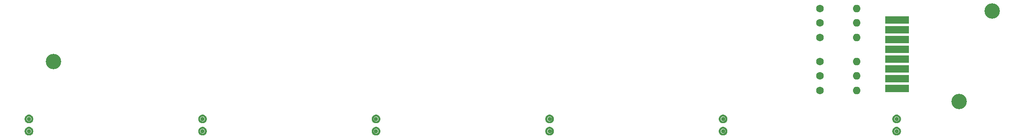
<source format=gbr>
%TF.GenerationSoftware,KiCad,Pcbnew,(5.1.10)-1*%
%TF.CreationDate,2022-02-25T11:13:06-05:00*%
%TF.ProjectId,chunair,6368756e-6169-4722-9e6b-696361645f70,rev?*%
%TF.SameCoordinates,Original*%
%TF.FileFunction,Soldermask,Bot*%
%TF.FilePolarity,Negative*%
%FSLAX46Y46*%
G04 Gerber Fmt 4.6, Leading zero omitted, Abs format (unit mm)*
G04 Created by KiCad (PCBNEW (5.1.10)-1) date 2022-02-25 11:13:06*
%MOMM*%
%LPD*%
G01*
G04 APERTURE LIST*
%ADD10O,1.600000X1.600000*%
%ADD11C,1.600000*%
%ADD12R,5.000000X1.500000*%
%ADD13C,0.100000*%
%ADD14C,0.900000*%
%ADD15C,3.200000*%
G04 APERTURE END LIST*
D10*
%TO.C,R6*%
X216620000Y-100000000D03*
D11*
X209000000Y-100000000D03*
%TD*%
D10*
%TO.C,R5*%
X216620000Y-89000000D03*
D11*
X209000000Y-89000000D03*
%TD*%
D10*
%TO.C,R4*%
X216620000Y-103000000D03*
D11*
X209000000Y-103000000D03*
%TD*%
D10*
%TO.C,R3*%
X216620000Y-92000000D03*
D11*
X209000000Y-92000000D03*
%TD*%
D10*
%TO.C,R2*%
X216620000Y-106000000D03*
D11*
X209000000Y-106000000D03*
%TD*%
D10*
%TO.C,R1*%
X216620000Y-95000000D03*
D11*
X209000000Y-95000000D03*
%TD*%
D12*
%TO.C,J2*%
X225000000Y-105628000D03*
X225000000Y-103596000D03*
X225000000Y-97500000D03*
X225000000Y-99532000D03*
X225000000Y-101564000D03*
X225000000Y-93436000D03*
X225000000Y-95468000D03*
X225000000Y-91404000D03*
%TD*%
D13*
%TO.C,D6*%
G36*
X224057324Y-114337627D02*
G01*
X224074555Y-114251002D01*
X224100193Y-114166483D01*
X224133993Y-114084884D01*
X224175627Y-114006992D01*
X224224696Y-113933555D01*
X224280727Y-113865281D01*
X224343180Y-113802828D01*
X224411454Y-113746797D01*
X224484891Y-113697728D01*
X224562783Y-113656094D01*
X224644382Y-113622294D01*
X224728901Y-113596656D01*
X224815526Y-113579425D01*
X224903422Y-113570768D01*
X224929211Y-113570768D01*
X224937769Y-113569925D01*
X224957397Y-113569925D01*
X224965955Y-113570768D01*
X224991744Y-113570768D01*
X225079640Y-113579425D01*
X225166265Y-113596656D01*
X225250784Y-113622294D01*
X225332383Y-113656094D01*
X225410275Y-113697728D01*
X225483712Y-113746797D01*
X225551986Y-113802828D01*
X225614439Y-113865281D01*
X225670470Y-113933555D01*
X225719539Y-114006992D01*
X225761173Y-114084884D01*
X225794973Y-114166483D01*
X225820611Y-114251002D01*
X225837842Y-114337627D01*
X225846499Y-114425523D01*
X225846499Y-114513845D01*
X225837842Y-114601741D01*
X225820611Y-114688366D01*
X225794973Y-114772885D01*
X225761173Y-114854484D01*
X225719539Y-114932376D01*
X225670470Y-115005813D01*
X225614439Y-115074087D01*
X225551986Y-115136540D01*
X225483712Y-115192571D01*
X225410275Y-115241640D01*
X225332383Y-115283274D01*
X225250784Y-115317074D01*
X225166265Y-115342712D01*
X225079640Y-115359943D01*
X224991744Y-115368600D01*
X224923049Y-115368600D01*
X224923049Y-114969082D01*
X224972117Y-114969082D01*
X225020948Y-114964272D01*
X225069073Y-114954700D01*
X225116028Y-114940456D01*
X225161361Y-114921679D01*
X225204634Y-114898548D01*
X225245433Y-114871288D01*
X225283362Y-114840160D01*
X225318059Y-114805463D01*
X225349187Y-114767534D01*
X225376447Y-114726735D01*
X225399578Y-114683462D01*
X225418355Y-114638129D01*
X225432599Y-114591174D01*
X225442171Y-114543049D01*
X225446981Y-114494218D01*
X225446981Y-114445150D01*
X225442171Y-114396319D01*
X225432599Y-114348194D01*
X225418355Y-114301239D01*
X225399578Y-114255906D01*
X225376447Y-114212633D01*
X225349187Y-114171834D01*
X225318059Y-114133905D01*
X225283362Y-114099208D01*
X225245433Y-114068080D01*
X225204634Y-114040820D01*
X225161361Y-114017689D01*
X225116028Y-113998912D01*
X225069073Y-113984668D01*
X225020948Y-113975096D01*
X224972117Y-113970286D01*
X224923049Y-113970286D01*
X224874218Y-113975096D01*
X224826093Y-113984668D01*
X224779138Y-113998912D01*
X224733805Y-114017689D01*
X224690532Y-114040820D01*
X224649733Y-114068080D01*
X224611804Y-114099208D01*
X224577107Y-114133905D01*
X224545979Y-114171834D01*
X224518719Y-114212633D01*
X224495588Y-114255906D01*
X224476811Y-114301239D01*
X224462567Y-114348194D01*
X224452995Y-114396319D01*
X224448185Y-114445150D01*
X224448185Y-114494218D01*
X224452995Y-114543049D01*
X224462567Y-114591174D01*
X224476811Y-114638129D01*
X224495588Y-114683462D01*
X224518719Y-114726735D01*
X224545979Y-114767534D01*
X224577107Y-114805463D01*
X224611804Y-114840160D01*
X224649733Y-114871288D01*
X224690532Y-114898548D01*
X224733805Y-114921679D01*
X224779138Y-114940456D01*
X224826093Y-114954700D01*
X224874218Y-114964272D01*
X224923049Y-114969082D01*
X224923049Y-115368600D01*
X224903422Y-115368600D01*
X224815526Y-115359943D01*
X224728901Y-115342712D01*
X224644382Y-115317074D01*
X224562783Y-115283274D01*
X224484891Y-115241640D01*
X224411454Y-115192571D01*
X224343180Y-115136540D01*
X224280727Y-115074087D01*
X224224696Y-115005813D01*
X224175627Y-114932376D01*
X224133993Y-114854484D01*
X224100193Y-114772885D01*
X224074555Y-114688366D01*
X224057324Y-114601741D01*
X224048667Y-114513845D01*
X224048667Y-114425523D01*
X224057324Y-114337627D01*
G37*
G36*
X224057324Y-111797627D02*
G01*
X224074555Y-111711002D01*
X224100193Y-111626483D01*
X224133993Y-111544884D01*
X224175627Y-111466992D01*
X224224696Y-111393555D01*
X224280727Y-111325281D01*
X224343180Y-111262828D01*
X224411454Y-111206797D01*
X224484891Y-111157728D01*
X224562783Y-111116094D01*
X224644382Y-111082294D01*
X224728901Y-111056656D01*
X224815526Y-111039425D01*
X224903422Y-111030768D01*
X224929211Y-111030768D01*
X224937769Y-111029925D01*
X224957397Y-111029925D01*
X224965955Y-111030768D01*
X224991744Y-111030768D01*
X225079640Y-111039425D01*
X225166265Y-111056656D01*
X225250784Y-111082294D01*
X225332383Y-111116094D01*
X225410275Y-111157728D01*
X225483712Y-111206797D01*
X225551986Y-111262828D01*
X225614439Y-111325281D01*
X225670470Y-111393555D01*
X225719539Y-111466992D01*
X225761173Y-111544884D01*
X225794973Y-111626483D01*
X225820611Y-111711002D01*
X225837842Y-111797627D01*
X225846499Y-111885523D01*
X225846499Y-111973845D01*
X225837842Y-112061741D01*
X225820611Y-112148366D01*
X225794973Y-112232885D01*
X225761173Y-112314484D01*
X225719539Y-112392376D01*
X225670470Y-112465813D01*
X225614439Y-112534087D01*
X225551986Y-112596540D01*
X225483712Y-112652571D01*
X225410275Y-112701640D01*
X225332383Y-112743274D01*
X225250784Y-112777074D01*
X225166265Y-112802712D01*
X225079640Y-112819943D01*
X224991744Y-112828600D01*
X224923049Y-112828600D01*
X224923049Y-112429082D01*
X224972117Y-112429082D01*
X225020948Y-112424272D01*
X225069073Y-112414700D01*
X225116028Y-112400456D01*
X225161361Y-112381679D01*
X225204634Y-112358548D01*
X225245433Y-112331288D01*
X225283362Y-112300160D01*
X225318059Y-112265463D01*
X225349187Y-112227534D01*
X225376447Y-112186735D01*
X225399578Y-112143462D01*
X225418355Y-112098129D01*
X225432599Y-112051174D01*
X225442171Y-112003049D01*
X225446981Y-111954218D01*
X225446981Y-111905150D01*
X225442171Y-111856319D01*
X225432599Y-111808194D01*
X225418355Y-111761239D01*
X225399578Y-111715906D01*
X225376447Y-111672633D01*
X225349187Y-111631834D01*
X225318059Y-111593905D01*
X225283362Y-111559208D01*
X225245433Y-111528080D01*
X225204634Y-111500820D01*
X225161361Y-111477689D01*
X225116028Y-111458912D01*
X225069073Y-111444668D01*
X225020948Y-111435096D01*
X224972117Y-111430286D01*
X224923049Y-111430286D01*
X224874218Y-111435096D01*
X224826093Y-111444668D01*
X224779138Y-111458912D01*
X224733805Y-111477689D01*
X224690532Y-111500820D01*
X224649733Y-111528080D01*
X224611804Y-111559208D01*
X224577107Y-111593905D01*
X224545979Y-111631834D01*
X224518719Y-111672633D01*
X224495588Y-111715906D01*
X224476811Y-111761239D01*
X224462567Y-111808194D01*
X224452995Y-111856319D01*
X224448185Y-111905150D01*
X224448185Y-111954218D01*
X224452995Y-112003049D01*
X224462567Y-112051174D01*
X224476811Y-112098129D01*
X224495588Y-112143462D01*
X224518719Y-112186735D01*
X224545979Y-112227534D01*
X224577107Y-112265463D01*
X224611804Y-112300160D01*
X224649733Y-112331288D01*
X224690532Y-112358548D01*
X224733805Y-112381679D01*
X224779138Y-112400456D01*
X224826093Y-112414700D01*
X224874218Y-112424272D01*
X224923049Y-112429082D01*
X224923049Y-112828600D01*
X224903422Y-112828600D01*
X224815526Y-112819943D01*
X224728901Y-112802712D01*
X224644382Y-112777074D01*
X224562783Y-112743274D01*
X224484891Y-112701640D01*
X224411454Y-112652571D01*
X224343180Y-112596540D01*
X224280727Y-112534087D01*
X224224696Y-112465813D01*
X224175627Y-112392376D01*
X224133993Y-112314484D01*
X224100193Y-112232885D01*
X224074555Y-112148366D01*
X224057324Y-112061741D01*
X224048667Y-111973845D01*
X224048667Y-111885523D01*
X224057324Y-111797627D01*
G37*
D14*
X224947583Y-111929684D03*
X224947583Y-114469684D03*
%TD*%
D13*
%TO.C,D5*%
G36*
X188057324Y-114337627D02*
G01*
X188074555Y-114251002D01*
X188100193Y-114166483D01*
X188133993Y-114084884D01*
X188175627Y-114006992D01*
X188224696Y-113933555D01*
X188280727Y-113865281D01*
X188343180Y-113802828D01*
X188411454Y-113746797D01*
X188484891Y-113697728D01*
X188562783Y-113656094D01*
X188644382Y-113622294D01*
X188728901Y-113596656D01*
X188815526Y-113579425D01*
X188903422Y-113570768D01*
X188929211Y-113570768D01*
X188937769Y-113569925D01*
X188957397Y-113569925D01*
X188965955Y-113570768D01*
X188991744Y-113570768D01*
X189079640Y-113579425D01*
X189166265Y-113596656D01*
X189250784Y-113622294D01*
X189332383Y-113656094D01*
X189410275Y-113697728D01*
X189483712Y-113746797D01*
X189551986Y-113802828D01*
X189614439Y-113865281D01*
X189670470Y-113933555D01*
X189719539Y-114006992D01*
X189761173Y-114084884D01*
X189794973Y-114166483D01*
X189820611Y-114251002D01*
X189837842Y-114337627D01*
X189846499Y-114425523D01*
X189846499Y-114513845D01*
X189837842Y-114601741D01*
X189820611Y-114688366D01*
X189794973Y-114772885D01*
X189761173Y-114854484D01*
X189719539Y-114932376D01*
X189670470Y-115005813D01*
X189614439Y-115074087D01*
X189551986Y-115136540D01*
X189483712Y-115192571D01*
X189410275Y-115241640D01*
X189332383Y-115283274D01*
X189250784Y-115317074D01*
X189166265Y-115342712D01*
X189079640Y-115359943D01*
X188991744Y-115368600D01*
X188923049Y-115368600D01*
X188923049Y-114969082D01*
X188972117Y-114969082D01*
X189020948Y-114964272D01*
X189069073Y-114954700D01*
X189116028Y-114940456D01*
X189161361Y-114921679D01*
X189204634Y-114898548D01*
X189245433Y-114871288D01*
X189283362Y-114840160D01*
X189318059Y-114805463D01*
X189349187Y-114767534D01*
X189376447Y-114726735D01*
X189399578Y-114683462D01*
X189418355Y-114638129D01*
X189432599Y-114591174D01*
X189442171Y-114543049D01*
X189446981Y-114494218D01*
X189446981Y-114445150D01*
X189442171Y-114396319D01*
X189432599Y-114348194D01*
X189418355Y-114301239D01*
X189399578Y-114255906D01*
X189376447Y-114212633D01*
X189349187Y-114171834D01*
X189318059Y-114133905D01*
X189283362Y-114099208D01*
X189245433Y-114068080D01*
X189204634Y-114040820D01*
X189161361Y-114017689D01*
X189116028Y-113998912D01*
X189069073Y-113984668D01*
X189020948Y-113975096D01*
X188972117Y-113970286D01*
X188923049Y-113970286D01*
X188874218Y-113975096D01*
X188826093Y-113984668D01*
X188779138Y-113998912D01*
X188733805Y-114017689D01*
X188690532Y-114040820D01*
X188649733Y-114068080D01*
X188611804Y-114099208D01*
X188577107Y-114133905D01*
X188545979Y-114171834D01*
X188518719Y-114212633D01*
X188495588Y-114255906D01*
X188476811Y-114301239D01*
X188462567Y-114348194D01*
X188452995Y-114396319D01*
X188448185Y-114445150D01*
X188448185Y-114494218D01*
X188452995Y-114543049D01*
X188462567Y-114591174D01*
X188476811Y-114638129D01*
X188495588Y-114683462D01*
X188518719Y-114726735D01*
X188545979Y-114767534D01*
X188577107Y-114805463D01*
X188611804Y-114840160D01*
X188649733Y-114871288D01*
X188690532Y-114898548D01*
X188733805Y-114921679D01*
X188779138Y-114940456D01*
X188826093Y-114954700D01*
X188874218Y-114964272D01*
X188923049Y-114969082D01*
X188923049Y-115368600D01*
X188903422Y-115368600D01*
X188815526Y-115359943D01*
X188728901Y-115342712D01*
X188644382Y-115317074D01*
X188562783Y-115283274D01*
X188484891Y-115241640D01*
X188411454Y-115192571D01*
X188343180Y-115136540D01*
X188280727Y-115074087D01*
X188224696Y-115005813D01*
X188175627Y-114932376D01*
X188133993Y-114854484D01*
X188100193Y-114772885D01*
X188074555Y-114688366D01*
X188057324Y-114601741D01*
X188048667Y-114513845D01*
X188048667Y-114425523D01*
X188057324Y-114337627D01*
G37*
G36*
X188057324Y-111797627D02*
G01*
X188074555Y-111711002D01*
X188100193Y-111626483D01*
X188133993Y-111544884D01*
X188175627Y-111466992D01*
X188224696Y-111393555D01*
X188280727Y-111325281D01*
X188343180Y-111262828D01*
X188411454Y-111206797D01*
X188484891Y-111157728D01*
X188562783Y-111116094D01*
X188644382Y-111082294D01*
X188728901Y-111056656D01*
X188815526Y-111039425D01*
X188903422Y-111030768D01*
X188929211Y-111030768D01*
X188937769Y-111029925D01*
X188957397Y-111029925D01*
X188965955Y-111030768D01*
X188991744Y-111030768D01*
X189079640Y-111039425D01*
X189166265Y-111056656D01*
X189250784Y-111082294D01*
X189332383Y-111116094D01*
X189410275Y-111157728D01*
X189483712Y-111206797D01*
X189551986Y-111262828D01*
X189614439Y-111325281D01*
X189670470Y-111393555D01*
X189719539Y-111466992D01*
X189761173Y-111544884D01*
X189794973Y-111626483D01*
X189820611Y-111711002D01*
X189837842Y-111797627D01*
X189846499Y-111885523D01*
X189846499Y-111973845D01*
X189837842Y-112061741D01*
X189820611Y-112148366D01*
X189794973Y-112232885D01*
X189761173Y-112314484D01*
X189719539Y-112392376D01*
X189670470Y-112465813D01*
X189614439Y-112534087D01*
X189551986Y-112596540D01*
X189483712Y-112652571D01*
X189410275Y-112701640D01*
X189332383Y-112743274D01*
X189250784Y-112777074D01*
X189166265Y-112802712D01*
X189079640Y-112819943D01*
X188991744Y-112828600D01*
X188923049Y-112828600D01*
X188923049Y-112429082D01*
X188972117Y-112429082D01*
X189020948Y-112424272D01*
X189069073Y-112414700D01*
X189116028Y-112400456D01*
X189161361Y-112381679D01*
X189204634Y-112358548D01*
X189245433Y-112331288D01*
X189283362Y-112300160D01*
X189318059Y-112265463D01*
X189349187Y-112227534D01*
X189376447Y-112186735D01*
X189399578Y-112143462D01*
X189418355Y-112098129D01*
X189432599Y-112051174D01*
X189442171Y-112003049D01*
X189446981Y-111954218D01*
X189446981Y-111905150D01*
X189442171Y-111856319D01*
X189432599Y-111808194D01*
X189418355Y-111761239D01*
X189399578Y-111715906D01*
X189376447Y-111672633D01*
X189349187Y-111631834D01*
X189318059Y-111593905D01*
X189283362Y-111559208D01*
X189245433Y-111528080D01*
X189204634Y-111500820D01*
X189161361Y-111477689D01*
X189116028Y-111458912D01*
X189069073Y-111444668D01*
X189020948Y-111435096D01*
X188972117Y-111430286D01*
X188923049Y-111430286D01*
X188874218Y-111435096D01*
X188826093Y-111444668D01*
X188779138Y-111458912D01*
X188733805Y-111477689D01*
X188690532Y-111500820D01*
X188649733Y-111528080D01*
X188611804Y-111559208D01*
X188577107Y-111593905D01*
X188545979Y-111631834D01*
X188518719Y-111672633D01*
X188495588Y-111715906D01*
X188476811Y-111761239D01*
X188462567Y-111808194D01*
X188452995Y-111856319D01*
X188448185Y-111905150D01*
X188448185Y-111954218D01*
X188452995Y-112003049D01*
X188462567Y-112051174D01*
X188476811Y-112098129D01*
X188495588Y-112143462D01*
X188518719Y-112186735D01*
X188545979Y-112227534D01*
X188577107Y-112265463D01*
X188611804Y-112300160D01*
X188649733Y-112331288D01*
X188690532Y-112358548D01*
X188733805Y-112381679D01*
X188779138Y-112400456D01*
X188826093Y-112414700D01*
X188874218Y-112424272D01*
X188923049Y-112429082D01*
X188923049Y-112828600D01*
X188903422Y-112828600D01*
X188815526Y-112819943D01*
X188728901Y-112802712D01*
X188644382Y-112777074D01*
X188562783Y-112743274D01*
X188484891Y-112701640D01*
X188411454Y-112652571D01*
X188343180Y-112596540D01*
X188280727Y-112534087D01*
X188224696Y-112465813D01*
X188175627Y-112392376D01*
X188133993Y-112314484D01*
X188100193Y-112232885D01*
X188074555Y-112148366D01*
X188057324Y-112061741D01*
X188048667Y-111973845D01*
X188048667Y-111885523D01*
X188057324Y-111797627D01*
G37*
D14*
X188947583Y-111929684D03*
X188947583Y-114469684D03*
%TD*%
D13*
%TO.C,D4*%
G36*
X152057324Y-114337627D02*
G01*
X152074555Y-114251002D01*
X152100193Y-114166483D01*
X152133993Y-114084884D01*
X152175627Y-114006992D01*
X152224696Y-113933555D01*
X152280727Y-113865281D01*
X152343180Y-113802828D01*
X152411454Y-113746797D01*
X152484891Y-113697728D01*
X152562783Y-113656094D01*
X152644382Y-113622294D01*
X152728901Y-113596656D01*
X152815526Y-113579425D01*
X152903422Y-113570768D01*
X152929211Y-113570768D01*
X152937769Y-113569925D01*
X152957397Y-113569925D01*
X152965955Y-113570768D01*
X152991744Y-113570768D01*
X153079640Y-113579425D01*
X153166265Y-113596656D01*
X153250784Y-113622294D01*
X153332383Y-113656094D01*
X153410275Y-113697728D01*
X153483712Y-113746797D01*
X153551986Y-113802828D01*
X153614439Y-113865281D01*
X153670470Y-113933555D01*
X153719539Y-114006992D01*
X153761173Y-114084884D01*
X153794973Y-114166483D01*
X153820611Y-114251002D01*
X153837842Y-114337627D01*
X153846499Y-114425523D01*
X153846499Y-114513845D01*
X153837842Y-114601741D01*
X153820611Y-114688366D01*
X153794973Y-114772885D01*
X153761173Y-114854484D01*
X153719539Y-114932376D01*
X153670470Y-115005813D01*
X153614439Y-115074087D01*
X153551986Y-115136540D01*
X153483712Y-115192571D01*
X153410275Y-115241640D01*
X153332383Y-115283274D01*
X153250784Y-115317074D01*
X153166265Y-115342712D01*
X153079640Y-115359943D01*
X152991744Y-115368600D01*
X152923049Y-115368600D01*
X152923049Y-114969082D01*
X152972117Y-114969082D01*
X153020948Y-114964272D01*
X153069073Y-114954700D01*
X153116028Y-114940456D01*
X153161361Y-114921679D01*
X153204634Y-114898548D01*
X153245433Y-114871288D01*
X153283362Y-114840160D01*
X153318059Y-114805463D01*
X153349187Y-114767534D01*
X153376447Y-114726735D01*
X153399578Y-114683462D01*
X153418355Y-114638129D01*
X153432599Y-114591174D01*
X153442171Y-114543049D01*
X153446981Y-114494218D01*
X153446981Y-114445150D01*
X153442171Y-114396319D01*
X153432599Y-114348194D01*
X153418355Y-114301239D01*
X153399578Y-114255906D01*
X153376447Y-114212633D01*
X153349187Y-114171834D01*
X153318059Y-114133905D01*
X153283362Y-114099208D01*
X153245433Y-114068080D01*
X153204634Y-114040820D01*
X153161361Y-114017689D01*
X153116028Y-113998912D01*
X153069073Y-113984668D01*
X153020948Y-113975096D01*
X152972117Y-113970286D01*
X152923049Y-113970286D01*
X152874218Y-113975096D01*
X152826093Y-113984668D01*
X152779138Y-113998912D01*
X152733805Y-114017689D01*
X152690532Y-114040820D01*
X152649733Y-114068080D01*
X152611804Y-114099208D01*
X152577107Y-114133905D01*
X152545979Y-114171834D01*
X152518719Y-114212633D01*
X152495588Y-114255906D01*
X152476811Y-114301239D01*
X152462567Y-114348194D01*
X152452995Y-114396319D01*
X152448185Y-114445150D01*
X152448185Y-114494218D01*
X152452995Y-114543049D01*
X152462567Y-114591174D01*
X152476811Y-114638129D01*
X152495588Y-114683462D01*
X152518719Y-114726735D01*
X152545979Y-114767534D01*
X152577107Y-114805463D01*
X152611804Y-114840160D01*
X152649733Y-114871288D01*
X152690532Y-114898548D01*
X152733805Y-114921679D01*
X152779138Y-114940456D01*
X152826093Y-114954700D01*
X152874218Y-114964272D01*
X152923049Y-114969082D01*
X152923049Y-115368600D01*
X152903422Y-115368600D01*
X152815526Y-115359943D01*
X152728901Y-115342712D01*
X152644382Y-115317074D01*
X152562783Y-115283274D01*
X152484891Y-115241640D01*
X152411454Y-115192571D01*
X152343180Y-115136540D01*
X152280727Y-115074087D01*
X152224696Y-115005813D01*
X152175627Y-114932376D01*
X152133993Y-114854484D01*
X152100193Y-114772885D01*
X152074555Y-114688366D01*
X152057324Y-114601741D01*
X152048667Y-114513845D01*
X152048667Y-114425523D01*
X152057324Y-114337627D01*
G37*
G36*
X152057324Y-111797627D02*
G01*
X152074555Y-111711002D01*
X152100193Y-111626483D01*
X152133993Y-111544884D01*
X152175627Y-111466992D01*
X152224696Y-111393555D01*
X152280727Y-111325281D01*
X152343180Y-111262828D01*
X152411454Y-111206797D01*
X152484891Y-111157728D01*
X152562783Y-111116094D01*
X152644382Y-111082294D01*
X152728901Y-111056656D01*
X152815526Y-111039425D01*
X152903422Y-111030768D01*
X152929211Y-111030768D01*
X152937769Y-111029925D01*
X152957397Y-111029925D01*
X152965955Y-111030768D01*
X152991744Y-111030768D01*
X153079640Y-111039425D01*
X153166265Y-111056656D01*
X153250784Y-111082294D01*
X153332383Y-111116094D01*
X153410275Y-111157728D01*
X153483712Y-111206797D01*
X153551986Y-111262828D01*
X153614439Y-111325281D01*
X153670470Y-111393555D01*
X153719539Y-111466992D01*
X153761173Y-111544884D01*
X153794973Y-111626483D01*
X153820611Y-111711002D01*
X153837842Y-111797627D01*
X153846499Y-111885523D01*
X153846499Y-111973845D01*
X153837842Y-112061741D01*
X153820611Y-112148366D01*
X153794973Y-112232885D01*
X153761173Y-112314484D01*
X153719539Y-112392376D01*
X153670470Y-112465813D01*
X153614439Y-112534087D01*
X153551986Y-112596540D01*
X153483712Y-112652571D01*
X153410275Y-112701640D01*
X153332383Y-112743274D01*
X153250784Y-112777074D01*
X153166265Y-112802712D01*
X153079640Y-112819943D01*
X152991744Y-112828600D01*
X152923049Y-112828600D01*
X152923049Y-112429082D01*
X152972117Y-112429082D01*
X153020948Y-112424272D01*
X153069073Y-112414700D01*
X153116028Y-112400456D01*
X153161361Y-112381679D01*
X153204634Y-112358548D01*
X153245433Y-112331288D01*
X153283362Y-112300160D01*
X153318059Y-112265463D01*
X153349187Y-112227534D01*
X153376447Y-112186735D01*
X153399578Y-112143462D01*
X153418355Y-112098129D01*
X153432599Y-112051174D01*
X153442171Y-112003049D01*
X153446981Y-111954218D01*
X153446981Y-111905150D01*
X153442171Y-111856319D01*
X153432599Y-111808194D01*
X153418355Y-111761239D01*
X153399578Y-111715906D01*
X153376447Y-111672633D01*
X153349187Y-111631834D01*
X153318059Y-111593905D01*
X153283362Y-111559208D01*
X153245433Y-111528080D01*
X153204634Y-111500820D01*
X153161361Y-111477689D01*
X153116028Y-111458912D01*
X153069073Y-111444668D01*
X153020948Y-111435096D01*
X152972117Y-111430286D01*
X152923049Y-111430286D01*
X152874218Y-111435096D01*
X152826093Y-111444668D01*
X152779138Y-111458912D01*
X152733805Y-111477689D01*
X152690532Y-111500820D01*
X152649733Y-111528080D01*
X152611804Y-111559208D01*
X152577107Y-111593905D01*
X152545979Y-111631834D01*
X152518719Y-111672633D01*
X152495588Y-111715906D01*
X152476811Y-111761239D01*
X152462567Y-111808194D01*
X152452995Y-111856319D01*
X152448185Y-111905150D01*
X152448185Y-111954218D01*
X152452995Y-112003049D01*
X152462567Y-112051174D01*
X152476811Y-112098129D01*
X152495588Y-112143462D01*
X152518719Y-112186735D01*
X152545979Y-112227534D01*
X152577107Y-112265463D01*
X152611804Y-112300160D01*
X152649733Y-112331288D01*
X152690532Y-112358548D01*
X152733805Y-112381679D01*
X152779138Y-112400456D01*
X152826093Y-112414700D01*
X152874218Y-112424272D01*
X152923049Y-112429082D01*
X152923049Y-112828600D01*
X152903422Y-112828600D01*
X152815526Y-112819943D01*
X152728901Y-112802712D01*
X152644382Y-112777074D01*
X152562783Y-112743274D01*
X152484891Y-112701640D01*
X152411454Y-112652571D01*
X152343180Y-112596540D01*
X152280727Y-112534087D01*
X152224696Y-112465813D01*
X152175627Y-112392376D01*
X152133993Y-112314484D01*
X152100193Y-112232885D01*
X152074555Y-112148366D01*
X152057324Y-112061741D01*
X152048667Y-111973845D01*
X152048667Y-111885523D01*
X152057324Y-111797627D01*
G37*
D14*
X152947583Y-111929684D03*
X152947583Y-114469684D03*
%TD*%
D13*
%TO.C,D3*%
G36*
X116057323Y-114337627D02*
G01*
X116074554Y-114251002D01*
X116100192Y-114166483D01*
X116133992Y-114084884D01*
X116175626Y-114006992D01*
X116224695Y-113933555D01*
X116280726Y-113865281D01*
X116343179Y-113802828D01*
X116411453Y-113746797D01*
X116484890Y-113697728D01*
X116562782Y-113656094D01*
X116644381Y-113622294D01*
X116728900Y-113596656D01*
X116815525Y-113579425D01*
X116903421Y-113570768D01*
X116929210Y-113570768D01*
X116937768Y-113569925D01*
X116957396Y-113569925D01*
X116965954Y-113570768D01*
X116991743Y-113570768D01*
X117079639Y-113579425D01*
X117166264Y-113596656D01*
X117250783Y-113622294D01*
X117332382Y-113656094D01*
X117410274Y-113697728D01*
X117483711Y-113746797D01*
X117551985Y-113802828D01*
X117614438Y-113865281D01*
X117670469Y-113933555D01*
X117719538Y-114006992D01*
X117761172Y-114084884D01*
X117794972Y-114166483D01*
X117820610Y-114251002D01*
X117837841Y-114337627D01*
X117846498Y-114425523D01*
X117846498Y-114513845D01*
X117837841Y-114601741D01*
X117820610Y-114688366D01*
X117794972Y-114772885D01*
X117761172Y-114854484D01*
X117719538Y-114932376D01*
X117670469Y-115005813D01*
X117614438Y-115074087D01*
X117551985Y-115136540D01*
X117483711Y-115192571D01*
X117410274Y-115241640D01*
X117332382Y-115283274D01*
X117250783Y-115317074D01*
X117166264Y-115342712D01*
X117079639Y-115359943D01*
X116991743Y-115368600D01*
X116923048Y-115368600D01*
X116923048Y-114969082D01*
X116972116Y-114969082D01*
X117020947Y-114964272D01*
X117069072Y-114954700D01*
X117116027Y-114940456D01*
X117161360Y-114921679D01*
X117204633Y-114898548D01*
X117245432Y-114871288D01*
X117283361Y-114840160D01*
X117318058Y-114805463D01*
X117349186Y-114767534D01*
X117376446Y-114726735D01*
X117399577Y-114683462D01*
X117418354Y-114638129D01*
X117432598Y-114591174D01*
X117442170Y-114543049D01*
X117446980Y-114494218D01*
X117446980Y-114445150D01*
X117442170Y-114396319D01*
X117432598Y-114348194D01*
X117418354Y-114301239D01*
X117399577Y-114255906D01*
X117376446Y-114212633D01*
X117349186Y-114171834D01*
X117318058Y-114133905D01*
X117283361Y-114099208D01*
X117245432Y-114068080D01*
X117204633Y-114040820D01*
X117161360Y-114017689D01*
X117116027Y-113998912D01*
X117069072Y-113984668D01*
X117020947Y-113975096D01*
X116972116Y-113970286D01*
X116923048Y-113970286D01*
X116874217Y-113975096D01*
X116826092Y-113984668D01*
X116779137Y-113998912D01*
X116733804Y-114017689D01*
X116690531Y-114040820D01*
X116649732Y-114068080D01*
X116611803Y-114099208D01*
X116577106Y-114133905D01*
X116545978Y-114171834D01*
X116518718Y-114212633D01*
X116495587Y-114255906D01*
X116476810Y-114301239D01*
X116462566Y-114348194D01*
X116452994Y-114396319D01*
X116448184Y-114445150D01*
X116448184Y-114494218D01*
X116452994Y-114543049D01*
X116462566Y-114591174D01*
X116476810Y-114638129D01*
X116495587Y-114683462D01*
X116518718Y-114726735D01*
X116545978Y-114767534D01*
X116577106Y-114805463D01*
X116611803Y-114840160D01*
X116649732Y-114871288D01*
X116690531Y-114898548D01*
X116733804Y-114921679D01*
X116779137Y-114940456D01*
X116826092Y-114954700D01*
X116874217Y-114964272D01*
X116923048Y-114969082D01*
X116923048Y-115368600D01*
X116903421Y-115368600D01*
X116815525Y-115359943D01*
X116728900Y-115342712D01*
X116644381Y-115317074D01*
X116562782Y-115283274D01*
X116484890Y-115241640D01*
X116411453Y-115192571D01*
X116343179Y-115136540D01*
X116280726Y-115074087D01*
X116224695Y-115005813D01*
X116175626Y-114932376D01*
X116133992Y-114854484D01*
X116100192Y-114772885D01*
X116074554Y-114688366D01*
X116057323Y-114601741D01*
X116048666Y-114513845D01*
X116048666Y-114425523D01*
X116057323Y-114337627D01*
G37*
G36*
X116057323Y-111797627D02*
G01*
X116074554Y-111711002D01*
X116100192Y-111626483D01*
X116133992Y-111544884D01*
X116175626Y-111466992D01*
X116224695Y-111393555D01*
X116280726Y-111325281D01*
X116343179Y-111262828D01*
X116411453Y-111206797D01*
X116484890Y-111157728D01*
X116562782Y-111116094D01*
X116644381Y-111082294D01*
X116728900Y-111056656D01*
X116815525Y-111039425D01*
X116903421Y-111030768D01*
X116929210Y-111030768D01*
X116937768Y-111029925D01*
X116957396Y-111029925D01*
X116965954Y-111030768D01*
X116991743Y-111030768D01*
X117079639Y-111039425D01*
X117166264Y-111056656D01*
X117250783Y-111082294D01*
X117332382Y-111116094D01*
X117410274Y-111157728D01*
X117483711Y-111206797D01*
X117551985Y-111262828D01*
X117614438Y-111325281D01*
X117670469Y-111393555D01*
X117719538Y-111466992D01*
X117761172Y-111544884D01*
X117794972Y-111626483D01*
X117820610Y-111711002D01*
X117837841Y-111797627D01*
X117846498Y-111885523D01*
X117846498Y-111973845D01*
X117837841Y-112061741D01*
X117820610Y-112148366D01*
X117794972Y-112232885D01*
X117761172Y-112314484D01*
X117719538Y-112392376D01*
X117670469Y-112465813D01*
X117614438Y-112534087D01*
X117551985Y-112596540D01*
X117483711Y-112652571D01*
X117410274Y-112701640D01*
X117332382Y-112743274D01*
X117250783Y-112777074D01*
X117166264Y-112802712D01*
X117079639Y-112819943D01*
X116991743Y-112828600D01*
X116923048Y-112828600D01*
X116923048Y-112429082D01*
X116972116Y-112429082D01*
X117020947Y-112424272D01*
X117069072Y-112414700D01*
X117116027Y-112400456D01*
X117161360Y-112381679D01*
X117204633Y-112358548D01*
X117245432Y-112331288D01*
X117283361Y-112300160D01*
X117318058Y-112265463D01*
X117349186Y-112227534D01*
X117376446Y-112186735D01*
X117399577Y-112143462D01*
X117418354Y-112098129D01*
X117432598Y-112051174D01*
X117442170Y-112003049D01*
X117446980Y-111954218D01*
X117446980Y-111905150D01*
X117442170Y-111856319D01*
X117432598Y-111808194D01*
X117418354Y-111761239D01*
X117399577Y-111715906D01*
X117376446Y-111672633D01*
X117349186Y-111631834D01*
X117318058Y-111593905D01*
X117283361Y-111559208D01*
X117245432Y-111528080D01*
X117204633Y-111500820D01*
X117161360Y-111477689D01*
X117116027Y-111458912D01*
X117069072Y-111444668D01*
X117020947Y-111435096D01*
X116972116Y-111430286D01*
X116923048Y-111430286D01*
X116874217Y-111435096D01*
X116826092Y-111444668D01*
X116779137Y-111458912D01*
X116733804Y-111477689D01*
X116690531Y-111500820D01*
X116649732Y-111528080D01*
X116611803Y-111559208D01*
X116577106Y-111593905D01*
X116545978Y-111631834D01*
X116518718Y-111672633D01*
X116495587Y-111715906D01*
X116476810Y-111761239D01*
X116462566Y-111808194D01*
X116452994Y-111856319D01*
X116448184Y-111905150D01*
X116448184Y-111954218D01*
X116452994Y-112003049D01*
X116462566Y-112051174D01*
X116476810Y-112098129D01*
X116495587Y-112143462D01*
X116518718Y-112186735D01*
X116545978Y-112227534D01*
X116577106Y-112265463D01*
X116611803Y-112300160D01*
X116649732Y-112331288D01*
X116690531Y-112358548D01*
X116733804Y-112381679D01*
X116779137Y-112400456D01*
X116826092Y-112414700D01*
X116874217Y-112424272D01*
X116923048Y-112429082D01*
X116923048Y-112828600D01*
X116903421Y-112828600D01*
X116815525Y-112819943D01*
X116728900Y-112802712D01*
X116644381Y-112777074D01*
X116562782Y-112743274D01*
X116484890Y-112701640D01*
X116411453Y-112652571D01*
X116343179Y-112596540D01*
X116280726Y-112534087D01*
X116224695Y-112465813D01*
X116175626Y-112392376D01*
X116133992Y-112314484D01*
X116100192Y-112232885D01*
X116074554Y-112148366D01*
X116057323Y-112061741D01*
X116048666Y-111973845D01*
X116048666Y-111885523D01*
X116057323Y-111797627D01*
G37*
D14*
X116947582Y-111929684D03*
X116947582Y-114469684D03*
%TD*%
D13*
%TO.C,D2*%
G36*
X80057324Y-114337627D02*
G01*
X80074555Y-114251002D01*
X80100193Y-114166483D01*
X80133993Y-114084884D01*
X80175627Y-114006992D01*
X80224696Y-113933555D01*
X80280727Y-113865281D01*
X80343180Y-113802828D01*
X80411454Y-113746797D01*
X80484891Y-113697728D01*
X80562783Y-113656094D01*
X80644382Y-113622294D01*
X80728901Y-113596656D01*
X80815526Y-113579425D01*
X80903422Y-113570768D01*
X80929211Y-113570768D01*
X80937769Y-113569925D01*
X80957397Y-113569925D01*
X80965955Y-113570768D01*
X80991744Y-113570768D01*
X81079640Y-113579425D01*
X81166265Y-113596656D01*
X81250784Y-113622294D01*
X81332383Y-113656094D01*
X81410275Y-113697728D01*
X81483712Y-113746797D01*
X81551986Y-113802828D01*
X81614439Y-113865281D01*
X81670470Y-113933555D01*
X81719539Y-114006992D01*
X81761173Y-114084884D01*
X81794973Y-114166483D01*
X81820611Y-114251002D01*
X81837842Y-114337627D01*
X81846499Y-114425523D01*
X81846499Y-114513845D01*
X81837842Y-114601741D01*
X81820611Y-114688366D01*
X81794973Y-114772885D01*
X81761173Y-114854484D01*
X81719539Y-114932376D01*
X81670470Y-115005813D01*
X81614439Y-115074087D01*
X81551986Y-115136540D01*
X81483712Y-115192571D01*
X81410275Y-115241640D01*
X81332383Y-115283274D01*
X81250784Y-115317074D01*
X81166265Y-115342712D01*
X81079640Y-115359943D01*
X80991744Y-115368600D01*
X80923049Y-115368600D01*
X80923049Y-114969082D01*
X80972117Y-114969082D01*
X81020948Y-114964272D01*
X81069073Y-114954700D01*
X81116028Y-114940456D01*
X81161361Y-114921679D01*
X81204634Y-114898548D01*
X81245433Y-114871288D01*
X81283362Y-114840160D01*
X81318059Y-114805463D01*
X81349187Y-114767534D01*
X81376447Y-114726735D01*
X81399578Y-114683462D01*
X81418355Y-114638129D01*
X81432599Y-114591174D01*
X81442171Y-114543049D01*
X81446981Y-114494218D01*
X81446981Y-114445150D01*
X81442171Y-114396319D01*
X81432599Y-114348194D01*
X81418355Y-114301239D01*
X81399578Y-114255906D01*
X81376447Y-114212633D01*
X81349187Y-114171834D01*
X81318059Y-114133905D01*
X81283362Y-114099208D01*
X81245433Y-114068080D01*
X81204634Y-114040820D01*
X81161361Y-114017689D01*
X81116028Y-113998912D01*
X81069073Y-113984668D01*
X81020948Y-113975096D01*
X80972117Y-113970286D01*
X80923049Y-113970286D01*
X80874218Y-113975096D01*
X80826093Y-113984668D01*
X80779138Y-113998912D01*
X80733805Y-114017689D01*
X80690532Y-114040820D01*
X80649733Y-114068080D01*
X80611804Y-114099208D01*
X80577107Y-114133905D01*
X80545979Y-114171834D01*
X80518719Y-114212633D01*
X80495588Y-114255906D01*
X80476811Y-114301239D01*
X80462567Y-114348194D01*
X80452995Y-114396319D01*
X80448185Y-114445150D01*
X80448185Y-114494218D01*
X80452995Y-114543049D01*
X80462567Y-114591174D01*
X80476811Y-114638129D01*
X80495588Y-114683462D01*
X80518719Y-114726735D01*
X80545979Y-114767534D01*
X80577107Y-114805463D01*
X80611804Y-114840160D01*
X80649733Y-114871288D01*
X80690532Y-114898548D01*
X80733805Y-114921679D01*
X80779138Y-114940456D01*
X80826093Y-114954700D01*
X80874218Y-114964272D01*
X80923049Y-114969082D01*
X80923049Y-115368600D01*
X80903422Y-115368600D01*
X80815526Y-115359943D01*
X80728901Y-115342712D01*
X80644382Y-115317074D01*
X80562783Y-115283274D01*
X80484891Y-115241640D01*
X80411454Y-115192571D01*
X80343180Y-115136540D01*
X80280727Y-115074087D01*
X80224696Y-115005813D01*
X80175627Y-114932376D01*
X80133993Y-114854484D01*
X80100193Y-114772885D01*
X80074555Y-114688366D01*
X80057324Y-114601741D01*
X80048667Y-114513845D01*
X80048667Y-114425523D01*
X80057324Y-114337627D01*
G37*
G36*
X80057324Y-111797627D02*
G01*
X80074555Y-111711002D01*
X80100193Y-111626483D01*
X80133993Y-111544884D01*
X80175627Y-111466992D01*
X80224696Y-111393555D01*
X80280727Y-111325281D01*
X80343180Y-111262828D01*
X80411454Y-111206797D01*
X80484891Y-111157728D01*
X80562783Y-111116094D01*
X80644382Y-111082294D01*
X80728901Y-111056656D01*
X80815526Y-111039425D01*
X80903422Y-111030768D01*
X80929211Y-111030768D01*
X80937769Y-111029925D01*
X80957397Y-111029925D01*
X80965955Y-111030768D01*
X80991744Y-111030768D01*
X81079640Y-111039425D01*
X81166265Y-111056656D01*
X81250784Y-111082294D01*
X81332383Y-111116094D01*
X81410275Y-111157728D01*
X81483712Y-111206797D01*
X81551986Y-111262828D01*
X81614439Y-111325281D01*
X81670470Y-111393555D01*
X81719539Y-111466992D01*
X81761173Y-111544884D01*
X81794973Y-111626483D01*
X81820611Y-111711002D01*
X81837842Y-111797627D01*
X81846499Y-111885523D01*
X81846499Y-111973845D01*
X81837842Y-112061741D01*
X81820611Y-112148366D01*
X81794973Y-112232885D01*
X81761173Y-112314484D01*
X81719539Y-112392376D01*
X81670470Y-112465813D01*
X81614439Y-112534087D01*
X81551986Y-112596540D01*
X81483712Y-112652571D01*
X81410275Y-112701640D01*
X81332383Y-112743274D01*
X81250784Y-112777074D01*
X81166265Y-112802712D01*
X81079640Y-112819943D01*
X80991744Y-112828600D01*
X80923049Y-112828600D01*
X80923049Y-112429082D01*
X80972117Y-112429082D01*
X81020948Y-112424272D01*
X81069073Y-112414700D01*
X81116028Y-112400456D01*
X81161361Y-112381679D01*
X81204634Y-112358548D01*
X81245433Y-112331288D01*
X81283362Y-112300160D01*
X81318059Y-112265463D01*
X81349187Y-112227534D01*
X81376447Y-112186735D01*
X81399578Y-112143462D01*
X81418355Y-112098129D01*
X81432599Y-112051174D01*
X81442171Y-112003049D01*
X81446981Y-111954218D01*
X81446981Y-111905150D01*
X81442171Y-111856319D01*
X81432599Y-111808194D01*
X81418355Y-111761239D01*
X81399578Y-111715906D01*
X81376447Y-111672633D01*
X81349187Y-111631834D01*
X81318059Y-111593905D01*
X81283362Y-111559208D01*
X81245433Y-111528080D01*
X81204634Y-111500820D01*
X81161361Y-111477689D01*
X81116028Y-111458912D01*
X81069073Y-111444668D01*
X81020948Y-111435096D01*
X80972117Y-111430286D01*
X80923049Y-111430286D01*
X80874218Y-111435096D01*
X80826093Y-111444668D01*
X80779138Y-111458912D01*
X80733805Y-111477689D01*
X80690532Y-111500820D01*
X80649733Y-111528080D01*
X80611804Y-111559208D01*
X80577107Y-111593905D01*
X80545979Y-111631834D01*
X80518719Y-111672633D01*
X80495588Y-111715906D01*
X80476811Y-111761239D01*
X80462567Y-111808194D01*
X80452995Y-111856319D01*
X80448185Y-111905150D01*
X80448185Y-111954218D01*
X80452995Y-112003049D01*
X80462567Y-112051174D01*
X80476811Y-112098129D01*
X80495588Y-112143462D01*
X80518719Y-112186735D01*
X80545979Y-112227534D01*
X80577107Y-112265463D01*
X80611804Y-112300160D01*
X80649733Y-112331288D01*
X80690532Y-112358548D01*
X80733805Y-112381679D01*
X80779138Y-112400456D01*
X80826093Y-112414700D01*
X80874218Y-112424272D01*
X80923049Y-112429082D01*
X80923049Y-112828600D01*
X80903422Y-112828600D01*
X80815526Y-112819943D01*
X80728901Y-112802712D01*
X80644382Y-112777074D01*
X80562783Y-112743274D01*
X80484891Y-112701640D01*
X80411454Y-112652571D01*
X80343180Y-112596540D01*
X80280727Y-112534087D01*
X80224696Y-112465813D01*
X80175627Y-112392376D01*
X80133993Y-112314484D01*
X80100193Y-112232885D01*
X80074555Y-112148366D01*
X80057324Y-112061741D01*
X80048667Y-111973845D01*
X80048667Y-111885523D01*
X80057324Y-111797627D01*
G37*
D14*
X80947583Y-111929684D03*
X80947583Y-114469684D03*
%TD*%
D13*
%TO.C,D1*%
G36*
X44057324Y-114337627D02*
G01*
X44074555Y-114251002D01*
X44100193Y-114166483D01*
X44133993Y-114084884D01*
X44175627Y-114006992D01*
X44224696Y-113933555D01*
X44280727Y-113865281D01*
X44343180Y-113802828D01*
X44411454Y-113746797D01*
X44484891Y-113697728D01*
X44562783Y-113656094D01*
X44644382Y-113622294D01*
X44728901Y-113596656D01*
X44815526Y-113579425D01*
X44903422Y-113570768D01*
X44929211Y-113570768D01*
X44937769Y-113569925D01*
X44957397Y-113569925D01*
X44965955Y-113570768D01*
X44991744Y-113570768D01*
X45079640Y-113579425D01*
X45166265Y-113596656D01*
X45250784Y-113622294D01*
X45332383Y-113656094D01*
X45410275Y-113697728D01*
X45483712Y-113746797D01*
X45551986Y-113802828D01*
X45614439Y-113865281D01*
X45670470Y-113933555D01*
X45719539Y-114006992D01*
X45761173Y-114084884D01*
X45794973Y-114166483D01*
X45820611Y-114251002D01*
X45837842Y-114337627D01*
X45846499Y-114425523D01*
X45846499Y-114513845D01*
X45837842Y-114601741D01*
X45820611Y-114688366D01*
X45794973Y-114772885D01*
X45761173Y-114854484D01*
X45719539Y-114932376D01*
X45670470Y-115005813D01*
X45614439Y-115074087D01*
X45551986Y-115136540D01*
X45483712Y-115192571D01*
X45410275Y-115241640D01*
X45332383Y-115283274D01*
X45250784Y-115317074D01*
X45166265Y-115342712D01*
X45079640Y-115359943D01*
X44991744Y-115368600D01*
X44923049Y-115368600D01*
X44923049Y-114969082D01*
X44972117Y-114969082D01*
X45020948Y-114964272D01*
X45069073Y-114954700D01*
X45116028Y-114940456D01*
X45161361Y-114921679D01*
X45204634Y-114898548D01*
X45245433Y-114871288D01*
X45283362Y-114840160D01*
X45318059Y-114805463D01*
X45349187Y-114767534D01*
X45376447Y-114726735D01*
X45399578Y-114683462D01*
X45418355Y-114638129D01*
X45432599Y-114591174D01*
X45442171Y-114543049D01*
X45446981Y-114494218D01*
X45446981Y-114445150D01*
X45442171Y-114396319D01*
X45432599Y-114348194D01*
X45418355Y-114301239D01*
X45399578Y-114255906D01*
X45376447Y-114212633D01*
X45349187Y-114171834D01*
X45318059Y-114133905D01*
X45283362Y-114099208D01*
X45245433Y-114068080D01*
X45204634Y-114040820D01*
X45161361Y-114017689D01*
X45116028Y-113998912D01*
X45069073Y-113984668D01*
X45020948Y-113975096D01*
X44972117Y-113970286D01*
X44923049Y-113970286D01*
X44874218Y-113975096D01*
X44826093Y-113984668D01*
X44779138Y-113998912D01*
X44733805Y-114017689D01*
X44690532Y-114040820D01*
X44649733Y-114068080D01*
X44611804Y-114099208D01*
X44577107Y-114133905D01*
X44545979Y-114171834D01*
X44518719Y-114212633D01*
X44495588Y-114255906D01*
X44476811Y-114301239D01*
X44462567Y-114348194D01*
X44452995Y-114396319D01*
X44448185Y-114445150D01*
X44448185Y-114494218D01*
X44452995Y-114543049D01*
X44462567Y-114591174D01*
X44476811Y-114638129D01*
X44495588Y-114683462D01*
X44518719Y-114726735D01*
X44545979Y-114767534D01*
X44577107Y-114805463D01*
X44611804Y-114840160D01*
X44649733Y-114871288D01*
X44690532Y-114898548D01*
X44733805Y-114921679D01*
X44779138Y-114940456D01*
X44826093Y-114954700D01*
X44874218Y-114964272D01*
X44923049Y-114969082D01*
X44923049Y-115368600D01*
X44903422Y-115368600D01*
X44815526Y-115359943D01*
X44728901Y-115342712D01*
X44644382Y-115317074D01*
X44562783Y-115283274D01*
X44484891Y-115241640D01*
X44411454Y-115192571D01*
X44343180Y-115136540D01*
X44280727Y-115074087D01*
X44224696Y-115005813D01*
X44175627Y-114932376D01*
X44133993Y-114854484D01*
X44100193Y-114772885D01*
X44074555Y-114688366D01*
X44057324Y-114601741D01*
X44048667Y-114513845D01*
X44048667Y-114425523D01*
X44057324Y-114337627D01*
G37*
G36*
X44057324Y-111797627D02*
G01*
X44074555Y-111711002D01*
X44100193Y-111626483D01*
X44133993Y-111544884D01*
X44175627Y-111466992D01*
X44224696Y-111393555D01*
X44280727Y-111325281D01*
X44343180Y-111262828D01*
X44411454Y-111206797D01*
X44484891Y-111157728D01*
X44562783Y-111116094D01*
X44644382Y-111082294D01*
X44728901Y-111056656D01*
X44815526Y-111039425D01*
X44903422Y-111030768D01*
X44929211Y-111030768D01*
X44937769Y-111029925D01*
X44957397Y-111029925D01*
X44965955Y-111030768D01*
X44991744Y-111030768D01*
X45079640Y-111039425D01*
X45166265Y-111056656D01*
X45250784Y-111082294D01*
X45332383Y-111116094D01*
X45410275Y-111157728D01*
X45483712Y-111206797D01*
X45551986Y-111262828D01*
X45614439Y-111325281D01*
X45670470Y-111393555D01*
X45719539Y-111466992D01*
X45761173Y-111544884D01*
X45794973Y-111626483D01*
X45820611Y-111711002D01*
X45837842Y-111797627D01*
X45846499Y-111885523D01*
X45846499Y-111973845D01*
X45837842Y-112061741D01*
X45820611Y-112148366D01*
X45794973Y-112232885D01*
X45761173Y-112314484D01*
X45719539Y-112392376D01*
X45670470Y-112465813D01*
X45614439Y-112534087D01*
X45551986Y-112596540D01*
X45483712Y-112652571D01*
X45410275Y-112701640D01*
X45332383Y-112743274D01*
X45250784Y-112777074D01*
X45166265Y-112802712D01*
X45079640Y-112819943D01*
X44991744Y-112828600D01*
X44923049Y-112828600D01*
X44923049Y-112429082D01*
X44972117Y-112429082D01*
X45020948Y-112424272D01*
X45069073Y-112414700D01*
X45116028Y-112400456D01*
X45161361Y-112381679D01*
X45204634Y-112358548D01*
X45245433Y-112331288D01*
X45283362Y-112300160D01*
X45318059Y-112265463D01*
X45349187Y-112227534D01*
X45376447Y-112186735D01*
X45399578Y-112143462D01*
X45418355Y-112098129D01*
X45432599Y-112051174D01*
X45442171Y-112003049D01*
X45446981Y-111954218D01*
X45446981Y-111905150D01*
X45442171Y-111856319D01*
X45432599Y-111808194D01*
X45418355Y-111761239D01*
X45399578Y-111715906D01*
X45376447Y-111672633D01*
X45349187Y-111631834D01*
X45318059Y-111593905D01*
X45283362Y-111559208D01*
X45245433Y-111528080D01*
X45204634Y-111500820D01*
X45161361Y-111477689D01*
X45116028Y-111458912D01*
X45069073Y-111444668D01*
X45020948Y-111435096D01*
X44972117Y-111430286D01*
X44923049Y-111430286D01*
X44874218Y-111435096D01*
X44826093Y-111444668D01*
X44779138Y-111458912D01*
X44733805Y-111477689D01*
X44690532Y-111500820D01*
X44649733Y-111528080D01*
X44611804Y-111559208D01*
X44577107Y-111593905D01*
X44545979Y-111631834D01*
X44518719Y-111672633D01*
X44495588Y-111715906D01*
X44476811Y-111761239D01*
X44462567Y-111808194D01*
X44452995Y-111856319D01*
X44448185Y-111905150D01*
X44448185Y-111954218D01*
X44452995Y-112003049D01*
X44462567Y-112051174D01*
X44476811Y-112098129D01*
X44495588Y-112143462D01*
X44518719Y-112186735D01*
X44545979Y-112227534D01*
X44577107Y-112265463D01*
X44611804Y-112300160D01*
X44649733Y-112331288D01*
X44690532Y-112358548D01*
X44733805Y-112381679D01*
X44779138Y-112400456D01*
X44826093Y-112414700D01*
X44874218Y-112424272D01*
X44923049Y-112429082D01*
X44923049Y-112828600D01*
X44903422Y-112828600D01*
X44815526Y-112819943D01*
X44728901Y-112802712D01*
X44644382Y-112777074D01*
X44562783Y-112743274D01*
X44484891Y-112701640D01*
X44411454Y-112652571D01*
X44343180Y-112596540D01*
X44280727Y-112534087D01*
X44224696Y-112465813D01*
X44175627Y-112392376D01*
X44133993Y-112314484D01*
X44100193Y-112232885D01*
X44074555Y-112148366D01*
X44057324Y-112061741D01*
X44048667Y-111973845D01*
X44048667Y-111885523D01*
X44057324Y-111797627D01*
G37*
D14*
X44947583Y-111929684D03*
X44947583Y-114469684D03*
%TD*%
D15*
%TO.C,H3*%
X244748423Y-89497267D03*
%TD*%
%TO.C,H2*%
X237908020Y-108291120D03*
%TD*%
%TO.C,H1*%
X50000000Y-100000000D03*
%TD*%
M02*

</source>
